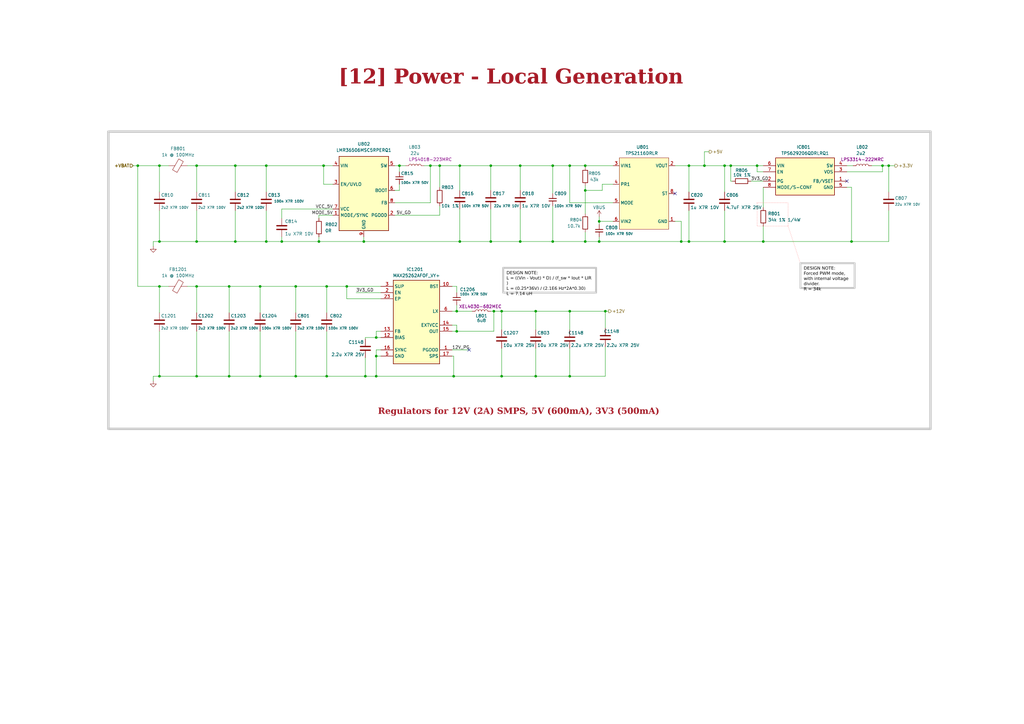
<source format=kicad_sch>
(kicad_sch (version 20230121) (generator eeschema)
  (paper "A3")
  (lib_symbols
    (symbol "0_switching_regulator:LMR36506MSC5RPERQ1"
      (property "Reference" "U?" (at -10.16 35.56 0))
      (property "Value" "LMR36506MSC5RPERQ1" (at -10.16 33.02 0))
      (symbol "LMR36506MSC5RPERQ1_1_1"
        (rectangle (start -10.16 30.48) (end 10.16 0) (stroke (width 0.254)) (fill (type background)))
        (pin input line (at -12.7 6.35 0) (length 2.54) (name "MODE/SYNC") (number "1"))
        (pin open_collector line (at 12.7 6.35 180) (length 2.54) (name "PGOOD") (number "2"))
        (pin input line (at -12.7 19.05 0) (length 2.54) (name "EN/UVLO") (number "3"))
        (pin power_in line (at -12.7 26.67 0) (length 2.54) (name "VIN") (number "4"))
        (pin power_out line (at 12.7 26.67 180) (length 2.54) (name "SW") (number "5"))
        (pin passive line (at 12.7 16.51 180) (length 2.54) (name "BOOT") (number "6"))
        (pin passive line (at -12.7 8.89 0) (length 2.54) (name "VCC") (number "7"))
        (pin input line (at 12.7 11.43 180) (length 2.54) (name "FB") (number "8"))
        (pin power_in line (at 0 -2.54 90) (length 2.54) (name "GND") (number "9"))
      )
    )
    (symbol "Device:C" (pin_numbers hide) (pin_names (offset 0.254))
      (property "Reference" "C" (at 0.635 2.54 0))
      (property "Value" "C" (at 0.635 -2.54 0))
      (symbol "C_0_1"
        (polyline (pts (xy -2.032 -0.762) (xy 2.032 -0.762)) (stroke (width 0.508)))
        (polyline (pts (xy -2.032 0.762) (xy 2.032 0.762)) (stroke (width 0.508)))
      )
      (symbol "C_1_1"
        (pin passive line (at 0 3.81 270) (length 2.794) (name "~") (number "1"))
        (pin passive line (at 0 -3.81 90) (length 2.794) (name "~") (number "2"))
      )
    )
    (symbol "Device:C_Small" (pin_numbers hide) (pin_names (offset 0.254) hide)
      (property "Reference" "C" (at 0.254 1.778 0))
      (property "Value" "C_Small" (at 0.254 -2.032 0))
      (symbol "C_Small_0_1"
        (polyline (pts (xy -1.524 -0.508) (xy 1.524 -0.508)) (stroke (width 0.3302)))
        (polyline (pts (xy -1.524 0.508) (xy 1.524 0.508)) (stroke (width 0.3048)))
      )
      (symbol "C_Small_1_1"
        (pin passive line (at 0 2.54 270) (length 2.032) (name "~") (number "1"))
        (pin passive line (at 0 -2.54 90) (length 2.032) (name "~") (number "2"))
      )
    )
    (symbol "Device:FerriteBead" (pin_numbers hide) (pin_names (offset 0))
      (property "Reference" "FB" (at -3.81 0.635 90))
      (property "Value" "FerriteBead" (at 3.81 0 90))
      (symbol "FerriteBead_0_1"
        (polyline (pts (xy 0 -1.27) (xy 0 -1.2192)))
        (polyline (pts (xy 0 1.27) (xy 0 1.2954)))
        (polyline (pts (xy -2.7686 0.4064) (xy -1.7018 2.2606) (xy 2.7686 -0.3048) (xy 1.6764 -2.159) (xy -2.7686 0.4064)))
      )
      (symbol "FerriteBead_1_1"
        (pin passive line (at 0 3.81 270) (length 2.54) (name "~") (number "1"))
        (pin passive line (at 0 -3.81 90) (length 2.54) (name "~") (number "2"))
      )
    )
    (symbol "Device:L" (pin_numbers hide) (pin_names (offset 1.016) hide)
      (property "Reference" "L" (at -1.27 0 90))
      (property "Value" "L" (at 1.905 0 90))
      (symbol "L_0_1"
        (arc (start 0 -2.54) (mid 0.6323 -1.905) (end 0 -1.27))
        (arc (start 0 -1.27) (mid 0.6323 -0.635) (end 0 0))
        (arc (start 0 0) (mid 0.6323 0.635) (end 0 1.27))
        (arc (start 0 1.27) (mid 0.6323 1.905) (end 0 2.54))
      )
      (symbol "L_1_1"
        (pin passive line (at 0 3.81 270) (length 1.27) (name "1") (number "1"))
        (pin passive line (at 0 -3.81 90) (length 1.27) (name "2") (number "2"))
      )
    )
    (symbol "Device:R" (pin_numbers hide) (pin_names (offset 0))
      (property "Reference" "R" (at 2.032 0 90))
      (property "Value" "R" (at 0 0 90))
      (symbol "R_0_1"
        (rectangle (start -1.016 -2.54) (end 1.016 2.54) (stroke (width 0.254)))
      )
      (symbol "R_1_1"
        (pin passive line (at 0 3.81 270) (length 1.27) (name "~") (number "1"))
        (pin passive line (at 0 -3.81 90) (length 1.27) (name "~") (number "2"))
      )
    )
    (symbol "MAX25262AFOF_VY+:MAX25262AFOF_VY+"
      (property "Reference" "IC1201" (at 22.86 -38.1 0))
      (property "Value" "MAX25262AFOF_VY+" (at 30.48 -75.565 0))
      (symbol "MAX25262AFOF_VY+_1_1"
        (rectangle (start 20.955 -39.37) (end 40.005 -73.66) (stroke (width 0.254)) (fill (type background)))
        (pin passive line (at 45.085 -67.945 180) (length 5.08) (name "PGOOD") (number "1"))
        (pin passive line (at 45.085 -41.91 180) (length 5.08) (name "BST") (number "10"))
        (pin passive line (at 15.875 -70.485 0) (length 5.08) hide (name "GND") (number "11"))
        (pin passive line (at 15.875 -62.865 0) (length 5.08) (name "BIAS") (number "12"))
        (pin passive line (at 15.875 -60.325 0) (length 5.08) (name "FB") (number "13"))
        (pin passive line (at 45.085 -57.785 180) (length 5.08) (name "EXTVCC") (number "14"))
        (pin passive line (at 45.085 -60.325 180) (length 5.08) (name "OUT") (number "15"))
        (pin passive line (at 15.875 -67.945 0) (length 5.08) (name "SYNC") (number "16"))
        (pin passive line (at 45.085 -70.485 180) (length 5.08) (name "SPS") (number "17"))
        (pin passive line (at 45.085 -70.485 180) (length 5.08) hide (name "SPS_2") (number "18"))
        (pin passive line (at 15.875 -70.485 0) (length 5.08) hide (name "PGND_3") (number "19"))
        (pin passive line (at 15.875 -44.45 0) (length 5.08) (name "EN") (number "2"))
        (pin passive line (at 45.085 -52.07 180) (length 5.08) hide (name "LX_2") (number "20"))
        (pin passive line (at 15.875 -70.485 0) (length 5.08) hide (name "PGND_4") (number "21"))
        (pin passive line (at 15.875 -62.865 0) (length 5.08) hide (name "BIAS_2") (number "22"))
        (pin passive line (at 15.875 -46.99 0) (length 5.08) (name "EP") (number "23"))
        (pin passive line (at 15.875 -41.91 0) (length 5.08) (name "SUP") (number "3"))
        (pin no_connect line (at 28.575 -34.29 270) (length 5.08) hide (name "N/C") (number "4"))
        (pin passive line (at 15.875 -70.485 0) (length 5.08) (name "GND") (number "5"))
        (pin passive line (at 45.085 -52.07 180) (length 5.08) (name "LX") (number "6"))
        (pin passive line (at 15.875 -70.485 0) (length 5.08) hide (name "PGND_2") (number "7"))
        (pin no_connect line (at 28.575 -34.29 270) (length 5.08) hide (name "NC") (number "8"))
        (pin passive line (at 15.875 -41.91 0) (length 5.08) hide (name "SUP_2") (number "9"))
      )
    )
    (symbol "TPS2116DRLR_1"
      (property "Reference" "U" (at 0 -2.54 0))
      (property "Value" "TPS2116DRLR_1" (at 0 0 0))
      (symbol "TPS2116DRLR_1_0_1"
        (rectangle (start -9.525 14.605) (end 10.795 -14.605) (fill (type background)))
      )
      (symbol "TPS2116DRLR_1_1_1"
        (pin power_in line (at 13.335 -11.43 180) (length 2.54) (name "GND") (number "1"))
        (pin passive line (at 13.335 11.43 180) (length 2.54) (name "VOUT") (number "2"))
        (pin power_in line (at -12.065 11.43 0) (length 2.54) (name "VIN1") (number "3"))
        (pin input line (at -12.065 3.81 0) (length 2.54) (name "PR1") (number "4"))
        (pin input line (at -12.065 -3.81 0) (length 2.54) (name "MODE") (number "5"))
        (pin power_in line (at -12.065 -11.43 0) (length 2.54) (name "VIN2") (number "6"))
        (pin passive line (at 13.335 11.43 180) (length 2.54) hide (name "VOUT") (number "7"))
        (pin open_collector line (at 13.335 0 180) (length 2.54) (name "ST") (number "8"))
      )
    )
    (symbol "TPS629206QDRLRQ1:TPS629206QDRLRQ1"
      (property "Reference" "IC2" (at 20.32 7.62 0))
      (property "Value" "TPS629206QDRLRQ1" (at 20.32 5.08 0))
      (symbol "TPS629206QDRLRQ1_1_1"
        (rectangle (start 18.415 -20.955) (end 42.545 -36.195) (stroke (width 0.254)) (fill (type background)))
        (pin passive line (at 47.625 -30.48 180) (length 5.08) (name "FB/VSET") (number "1"))
        (pin passive line (at 13.335 -30.48 0) (length 5.08) (name "PG") (number "2"))
        (pin passive line (at 47.625 -26.67 180) (length 5.08) (name "VOS") (number "3"))
        (pin passive line (at 47.625 -24.13 180) (length 5.08) (name "SW") (number "4"))
        (pin passive line (at 47.625 -33.02 180) (length 5.08) (name "GND") (number "5"))
        (pin passive line (at 13.335 -24.13 0) (length 5.08) (name "VIN") (number "6"))
        (pin passive line (at 13.335 -26.67 0) (length 5.08) (name "EN") (number "7"))
        (pin passive line (at 13.335 -33.02 0) (length 5.08) (name "MODE/S-CONF") (number "8"))
      )
    )
    (symbol "power:GND" (power) (pin_names (offset 0))
      (property "Value" "GND" (at 0 -3.81 0))
      (symbol "GND_0_1"
        (polyline (pts (xy 0 0) (xy 0 -1.27) (xy 1.27 -1.27) (xy 0 -2.54) (xy -1.27 -1.27) (xy 0 -1.27)))
      )
      (symbol "GND_1_1"
        (pin power_in line (at 0 0 270) (length 0) hide (name "GND") (number "1"))
      )
    )
    (symbol "power:VBUS" (power) (pin_names (offset 0))
      (property "Value" "VBUS" (at 0 3.81 0))
      (symbol "VBUS_0_1"
        (polyline (pts (xy -0.762 1.27) (xy 0 2.54)))
        (polyline (pts (xy 0 0) (xy 0 2.54)))
        (polyline (pts (xy 0 2.54) (xy 0.762 1.27)))
      )
      (symbol "VBUS_1_1"
        (pin power_in line (at 0 0 90) (length 0) hide (name "VBUS") (number "1"))
      )
    )
  )
  (junction (at 149.225 99.06))
  (junction (at 154.305 138.43))
  (junction (at 361.95 67.945))
  (junction (at 80.645 154.305))
  (junction (at 248.285 127.635))
  (junction (at 205.74 127.635))
  (junction (at 349.25 99.06))
  (junction (at 240.03 78.105))
  (junction (at 201.295 99.06))
  (junction (at 288.925 67.945))
  (junction (at 188.595 99.06))
  (junction (at 240.03 67.945))
  (junction (at 233.68 127.635))
  (junction (at 133.985 154.305))
  (junction (at 202.565 127.635))
  (junction (at 132.715 67.945))
  (junction (at 245.745 90.805))
  (junction (at 213.36 67.945))
  (junction (at 65.405 154.305))
  (junction (at 240.03 99.06))
  (junction (at 187.325 135.89))
  (junction (at 186.055 154.305))
  (junction (at 213.36 99.06))
  (junction (at 233.68 154.305))
  (junction (at 96.52 67.945))
  (junction (at 130.81 99.06))
  (junction (at 56.515 67.945))
  (junction (at 115.57 99.06))
  (junction (at 226.695 99.06))
  (junction (at 282.575 99.06))
  (junction (at 80.645 67.945))
  (junction (at 121.285 154.305))
  (junction (at 163.83 67.945))
  (junction (at 233.68 67.945))
  (junction (at 187.325 127.635))
  (junction (at 176.53 67.945))
  (junction (at 106.68 154.305))
  (junction (at 80.645 117.475))
  (junction (at 149.86 154.305))
  (junction (at 297.18 99.06))
  (junction (at 364.49 67.945))
  (junction (at 188.595 67.945))
  (junction (at 219.71 127.635))
  (junction (at 106.68 117.475))
  (junction (at 80.645 99.06))
  (junction (at 226.695 67.945))
  (junction (at 65.405 67.945))
  (junction (at 313.055 99.06))
  (junction (at 205.74 154.305))
  (junction (at 154.305 146.05))
  (junction (at 121.285 117.475))
  (junction (at 93.98 154.305))
  (junction (at 154.305 154.305))
  (junction (at 299.72 67.945))
  (junction (at 93.98 117.475))
  (junction (at 245.745 99.06))
  (junction (at 96.52 99.06))
  (junction (at 65.405 99.06))
  (junction (at 109.22 99.06))
  (junction (at 201.295 67.945))
  (junction (at 180.34 67.945))
  (junction (at 297.18 67.945))
  (junction (at 142.24 117.475))
  (junction (at 219.71 154.305))
  (junction (at 282.575 67.945))
  (junction (at 133.985 117.475))
  (junction (at 310.515 67.945))
  (junction (at 279.4 99.06))
  (junction (at 109.22 67.945))
  (junction (at 65.405 117.475))
  (no_connect (at 192.405 143.51))
  (no_connect (at 347.345 74.295))
  (no_connect (at 276.86 79.375))
  (wire (pts (xy 121.285 117.475) (xy 133.985 117.475)))
  (wire (pts (xy 240.03 67.945) (xy 240.03 68.58)))
  (wire (pts (xy 65.405 117.475) (xy 69.215 117.475)))
  (wire (pts (xy 245.745 88.9) (xy 245.745 90.805)))
  (wire (pts (xy 185.42 133.35) (xy 187.325 133.35)))
  (wire (pts (xy 80.645 78.74) (xy 80.645 67.945)))
  (wire (pts (xy 247.015 78.105) (xy 247.015 75.565)))
  (wire (pts (xy 240.03 99.06) (xy 245.745 99.06)))
  (wire (pts (xy 130.81 99.06) (xy 149.225 99.06)))
  (wire (pts (xy 205.74 154.305) (xy 219.71 154.305)))
  (wire (pts (xy 282.575 78.74) (xy 282.575 67.945)))
  (wire (pts (xy 219.71 127.635) (xy 219.71 135.255)))
  (wire (pts (xy 65.405 135.89) (xy 65.405 154.305)))
  (wire (pts (xy 109.22 67.945) (xy 132.715 67.945)))
  (wire (pts (xy 226.695 84.455) (xy 226.695 99.06)))
  (wire (pts (xy 132.715 67.945) (xy 136.525 67.945)))
  (wire (pts (xy 154.305 146.05) (xy 154.305 154.305)))
  (wire (pts (xy 213.36 99.06) (xy 226.695 99.06)))
  (wire (pts (xy 205.74 127.635) (xy 219.71 127.635)))
  (wire (pts (xy 251.46 90.805) (xy 245.745 90.805)))
  (wire (pts (xy 188.595 85.725) (xy 188.595 99.06)))
  (wire (pts (xy 106.68 154.305) (xy 121.285 154.305)))
  (wire (pts (xy 282.575 99.06) (xy 297.18 99.06)))
  (wire (pts (xy 205.74 142.875) (xy 205.74 154.305)))
  (wire (pts (xy 133.985 117.475) (xy 142.24 117.475)))
  (wire (pts (xy 54.61 67.945) (xy 56.515 67.945)))
  (wire (pts (xy 180.34 67.945) (xy 188.595 67.945)))
  (wire (pts (xy 201.295 127.635) (xy 202.565 127.635)))
  (wire (pts (xy 146.05 120.015) (xy 156.21 120.015)))
  (wire (pts (xy 187.325 125.095) (xy 187.325 127.635)))
  (wire (pts (xy 279.4 90.805) (xy 279.4 99.06)))
  (wire (pts (xy 188.595 67.945) (xy 201.295 67.945)))
  (wire (pts (xy 93.98 135.89) (xy 93.98 154.305)))
  (wire (pts (xy 188.595 99.06) (xy 201.295 99.06)))
  (wire (pts (xy 288.925 62.23) (xy 288.925 67.945)))
  (wire (pts (xy 106.68 135.89) (xy 106.68 154.305)))
  (polyline (pts (xy 323.215 92.71) (xy 328.295 107.95)) (stroke (width 0) (type dot) (color 255 0 0 1)))
  (wire (pts (xy 249.555 127.635) (xy 248.285 127.635)))
  (wire (pts (xy 187.325 135.89) (xy 202.565 135.89)))
  (wire (pts (xy 96.52 67.945) (xy 96.52 78.74)))
  (wire (pts (xy 161.925 88.265) (xy 180.34 88.265)))
  (wire (pts (xy 80.645 67.945) (xy 76.835 67.945)))
  (wire (pts (xy 299.72 67.945) (xy 310.515 67.945)))
  (wire (pts (xy 121.285 135.89) (xy 121.285 154.305)))
  (wire (pts (xy 201.295 85.725) (xy 201.295 99.06)))
  (wire (pts (xy 62.865 99.06) (xy 62.865 100.965)))
  (wire (pts (xy 299.72 67.945) (xy 299.72 74.295)))
  (wire (pts (xy 65.405 154.305) (xy 80.645 154.305)))
  (wire (pts (xy 109.22 67.945) (xy 109.22 78.74)))
  (wire (pts (xy 361.95 70.485) (xy 361.95 67.945)))
  (wire (pts (xy 226.695 67.945) (xy 233.68 67.945)))
  (wire (pts (xy 149.86 146.685) (xy 149.86 154.305)))
  (wire (pts (xy 185.42 146.05) (xy 186.055 146.05)))
  (wire (pts (xy 154.305 143.51) (xy 154.305 146.05)))
  (wire (pts (xy 80.645 67.945) (xy 96.52 67.945)))
  (wire (pts (xy 80.645 154.305) (xy 93.98 154.305)))
  (wire (pts (xy 130.81 97.155) (xy 130.81 99.06)))
  (wire (pts (xy 364.49 67.945) (xy 364.49 78.74)))
  (wire (pts (xy 62.865 154.305) (xy 65.405 154.305)))
  (wire (pts (xy 65.405 67.945) (xy 69.215 67.945)))
  (wire (pts (xy 62.865 154.305) (xy 62.865 156.21)))
  (wire (pts (xy 96.52 99.06) (xy 109.22 99.06)))
  (wire (pts (xy 297.18 99.06) (xy 313.055 99.06)))
  (wire (pts (xy 93.98 128.27) (xy 93.98 117.475)))
  (wire (pts (xy 149.86 139.065) (xy 149.86 138.43)))
  (wire (pts (xy 233.68 83.185) (xy 251.46 83.185)))
  (wire (pts (xy 310.515 67.945) (xy 313.055 67.945)))
  (wire (pts (xy 80.645 117.475) (xy 76.835 117.475)))
  (wire (pts (xy 154.305 135.89) (xy 154.305 138.43)))
  (wire (pts (xy 96.52 99.06) (xy 80.645 99.06)))
  (wire (pts (xy 279.4 99.06) (xy 282.575 99.06)))
  (wire (pts (xy 186.055 154.305) (xy 205.74 154.305)))
  (wire (pts (xy 185.42 143.51) (xy 192.405 143.51)))
  (wire (pts (xy 56.515 67.945) (xy 65.405 67.945)))
  (wire (pts (xy 115.57 99.06) (xy 130.81 99.06)))
  (wire (pts (xy 201.295 78.105) (xy 201.295 67.945)))
  (wire (pts (xy 205.74 127.635) (xy 205.74 135.255)))
  (wire (pts (xy 219.71 154.305) (xy 233.68 154.305)))
  (wire (pts (xy 115.57 85.725) (xy 136.525 85.725)))
  (wire (pts (xy 115.57 89.535) (xy 115.57 85.725)))
  (wire (pts (xy 364.49 86.36) (xy 364.49 99.06)))
  (wire (pts (xy 201.295 67.945) (xy 213.36 67.945)))
  (wire (pts (xy 313.055 70.485) (xy 310.515 70.485)))
  (wire (pts (xy 106.68 128.27) (xy 106.68 117.475)))
  (wire (pts (xy 149.86 154.305) (xy 154.305 154.305)))
  (wire (pts (xy 56.515 117.475) (xy 65.405 117.475)))
  (wire (pts (xy 187.325 117.475) (xy 187.325 120.015)))
  (wire (pts (xy 186.055 146.05) (xy 186.055 154.305)))
  (wire (pts (xy 233.68 127.635) (xy 233.68 135.255)))
  (wire (pts (xy 80.645 117.475) (xy 93.98 117.475)))
  (wire (pts (xy 240.03 67.945) (xy 251.46 67.945)))
  (wire (pts (xy 65.405 78.74) (xy 65.405 67.945)))
  (wire (pts (xy 156.21 138.43) (xy 154.305 138.43)))
  (wire (pts (xy 233.68 142.875) (xy 233.68 154.305)))
  (wire (pts (xy 349.25 99.06) (xy 364.49 99.06)))
  (wire (pts (xy 149.225 99.06) (xy 188.595 99.06)))
  (wire (pts (xy 248.285 142.24) (xy 248.285 154.305)))
  (wire (pts (xy 161.925 67.945) (xy 163.83 67.945)))
  (wire (pts (xy 347.345 67.945) (xy 349.885 67.945)))
  (wire (pts (xy 247.015 75.565) (xy 251.46 75.565)))
  (wire (pts (xy 245.745 90.805) (xy 245.745 92.075)))
  (wire (pts (xy 276.86 90.805) (xy 279.4 90.805)))
  (wire (pts (xy 361.95 67.945) (xy 364.49 67.945)))
  (wire (pts (xy 109.22 86.36) (xy 109.22 99.06)))
  (wire (pts (xy 233.68 154.305) (xy 248.285 154.305)))
  (wire (pts (xy 56.515 67.945) (xy 56.515 117.475)))
  (wire (pts (xy 186.055 154.305) (xy 154.305 154.305)))
  (wire (pts (xy 121.285 154.305) (xy 133.985 154.305)))
  (wire (pts (xy 62.865 99.06) (xy 65.405 99.06)))
  (wire (pts (xy 282.575 86.36) (xy 282.575 99.06)))
  (wire (pts (xy 163.83 67.945) (xy 166.37 67.945)))
  (wire (pts (xy 233.68 83.185) (xy 233.68 67.945)))
  (wire (pts (xy 233.68 67.945) (xy 240.03 67.945)))
  (wire (pts (xy 176.53 67.945) (xy 180.34 67.945)))
  (wire (pts (xy 176.53 67.945) (xy 173.99 67.945)))
  (wire (pts (xy 201.295 99.06) (xy 213.36 99.06)))
  (wire (pts (xy 65.405 86.36) (xy 65.405 99.06)))
  (wire (pts (xy 245.745 97.155) (xy 245.745 99.06)))
  (wire (pts (xy 136.525 88.265) (xy 130.81 88.265)))
  (wire (pts (xy 347.345 70.485) (xy 361.95 70.485)))
  (wire (pts (xy 163.83 75.565) (xy 163.83 78.105)))
  (wire (pts (xy 80.645 135.89) (xy 80.645 154.305)))
  (wire (pts (xy 132.715 75.565) (xy 132.715 67.945)))
  (wire (pts (xy 133.985 154.305) (xy 149.86 154.305)))
  (wire (pts (xy 93.98 154.305) (xy 106.68 154.305)))
  (wire (pts (xy 142.24 117.475) (xy 156.21 117.475)))
  (wire (pts (xy 142.24 122.555) (xy 142.24 117.475)))
  (wire (pts (xy 130.81 88.265) (xy 130.81 89.535)))
  (wire (pts (xy 240.03 95.25) (xy 240.03 99.06)))
  (wire (pts (xy 213.36 67.945) (xy 213.36 78.105)))
  (wire (pts (xy 121.285 117.475) (xy 121.285 128.27)))
  (wire (pts (xy 136.525 75.565) (xy 132.715 75.565)))
  (wire (pts (xy 248.285 127.635) (xy 248.285 134.62)))
  (wire (pts (xy 213.36 85.725) (xy 213.36 99.06)))
  (wire (pts (xy 297.18 86.36) (xy 297.18 99.06)))
  (wire (pts (xy 180.34 76.835) (xy 180.34 67.945)))
  (wire (pts (xy 240.03 76.2) (xy 240.03 78.105)))
  (wire (pts (xy 240.03 78.105) (xy 247.015 78.105)))
  (wire (pts (xy 245.745 99.06) (xy 279.4 99.06)))
  (wire (pts (xy 297.18 67.945) (xy 297.18 78.74)))
  (wire (pts (xy 219.71 127.635) (xy 233.68 127.635)))
  (wire (pts (xy 297.18 67.945) (xy 299.72 67.945)))
  (wire (pts (xy 219.71 142.875) (xy 219.71 154.305)))
  (wire (pts (xy 115.57 97.155) (xy 115.57 99.06)))
  (wire (pts (xy 133.985 117.475) (xy 133.985 128.27)))
  (wire (pts (xy 80.645 128.27) (xy 80.645 117.475)))
  (wire (pts (xy 156.21 143.51) (xy 154.305 143.51)))
  (wire (pts (xy 213.36 67.945) (xy 226.695 67.945)))
  (wire (pts (xy 364.49 67.945) (xy 367.03 67.945)))
  (wire (pts (xy 142.24 122.555) (xy 156.21 122.555)))
  (wire (pts (xy 80.645 86.36) (xy 80.645 99.06)))
  (wire (pts (xy 307.975 74.295) (xy 313.055 74.295)))
  (wire (pts (xy 299.72 74.295) (xy 300.355 74.295)))
  (wire (pts (xy 65.405 99.06) (xy 80.645 99.06)))
  (wire (pts (xy 288.925 67.945) (xy 297.18 67.945)))
  (wire (pts (xy 65.405 128.27) (xy 65.405 117.475)))
  (wire (pts (xy 96.52 67.945) (xy 109.22 67.945)))
  (wire (pts (xy 109.22 99.06) (xy 115.57 99.06)))
  (wire (pts (xy 185.42 117.475) (xy 187.325 117.475)))
  (wire (pts (xy 313.055 99.06) (xy 349.25 99.06)))
  (wire (pts (xy 161.925 78.105) (xy 163.83 78.105)))
  (wire (pts (xy 93.98 117.475) (xy 106.68 117.475)))
  (wire (pts (xy 187.325 133.35) (xy 187.325 135.89)))
  (wire (pts (xy 226.695 67.945) (xy 226.695 79.375)))
  (wire (pts (xy 202.565 127.635) (xy 205.74 127.635)))
  (wire (pts (xy 161.925 83.185) (xy 176.53 83.185)))
  (wire (pts (xy 313.055 92.71) (xy 313.055 99.06)))
  (wire (pts (xy 96.52 86.36) (xy 96.52 99.06)))
  (wire (pts (xy 226.695 99.06) (xy 240.03 99.06)))
  (wire (pts (xy 357.505 67.945) (xy 361.95 67.945)))
  (wire (pts (xy 282.575 67.945) (xy 288.925 67.945)))
  (wire (pts (xy 180.34 88.265) (xy 180.34 84.455)))
  (wire (pts (xy 233.68 127.635) (xy 248.285 127.635)))
  (wire (pts (xy 106.68 117.475) (xy 121.285 117.475)))
  (wire (pts (xy 154.305 146.05) (xy 156.21 146.05)))
  (wire (pts (xy 276.86 67.945) (xy 282.575 67.945)))
  (wire (pts (xy 133.985 135.89) (xy 133.985 154.305)))
  (wire (pts (xy 290.83 62.23) (xy 288.925 62.23)))
  (wire (pts (xy 156.21 135.89) (xy 154.305 135.89)))
  (wire (pts (xy 185.42 135.89) (xy 187.325 135.89)))
  (wire (pts (xy 187.325 127.635) (xy 193.675 127.635)))
  (wire (pts (xy 154.305 138.43) (xy 149.86 138.43)))
  (wire (pts (xy 202.565 127.635) (xy 202.565 135.89)))
  (wire (pts (xy 176.53 83.185) (xy 176.53 67.945)))
  (wire (pts (xy 187.325 127.635) (xy 185.42 127.635)))
  (wire (pts (xy 163.83 67.945) (xy 163.83 70.485)))
  (wire (pts (xy 149.225 97.155) (xy 149.225 99.06)))
  (wire (pts (xy 313.055 76.835) (xy 313.055 85.09)))
  (wire (pts (xy 310.515 67.945) (xy 310.515 70.485)))
  (wire (pts (xy 347.345 76.835) (xy 349.25 76.835)))
  (wire (pts (xy 188.595 78.105) (xy 188.595 67.945)))
  (wire (pts (xy 349.25 76.835) (xy 349.25 99.06)))
  (wire (pts (xy 240.03 78.105) (xy 240.03 87.63)))
  (rectangle (start 310.515 83.185) (end 323.215 92.71) (stroke (width 0) (type dot) (color 255 0 0 1)))
  (rectangle (start 44.45 53.975) (end 381.635 175.895) (stroke (width 1) (color 200 200 200 1)))
  (text_box "Regulators for 12V (2A) SMPS, 5V (600mA), 3V3 (500mA)" (at 44.45 162.56 0) (size 336.55 9.525) (stroke (width -0.0001)) (effects (font (size 2.54 2.54) (thickness 0.508) bold) (justify bottom)))
  (text_box "DESIGN NOTE:\nL = ((Vin - Vout) * D) / (f_sw * Iout * LIR )\nL = (0.25*36V) / (2.1E6 Hz*2A*0.30)\nL = 7.14 uH" (at 206.375 109.855 0) (size 38.1 10.16) (stroke (width 0.8) (color 200 200 200 1)) (effects (font (size 1.27 1.27)) (justify left top)))
  (text_box "DESIGN NOTE:\nForced PWM mode, with internal voltage divider. \nR = 34k" (at 328.295 107.95 0) (size 22.225 10.16) (stroke (width 0.8) (color 200 200 200 1)) (effects (font (size 1.27 1.27)) (justify left top)))
  (text_box "[12] Power - Local Generation\n" (at 12.065 25.4 0) (size 394.97 12.7) (stroke (width -0.0001)) (effects (font (size 6 6) (thickness 1.2) bold)))
  (label "12V_PG" (at 185.42 143.51 0))
  (label "5V_GD" (at 162.56 88.265 0))
  (label "3V3_GD" (at 307.975 74.295 0))
  (label "MODE_5V" (at 136.525 88.265 180))
  (label "VCC_5V" (at 136.525 85.725 180))
  (label "3V3_GD" (at 146.05 120.015 0))
  (hierarchical_label "+3.3V" (shape output) (at 367.03 67.945 0))
  (hierarchical_label "+12V" (shape output) (at 249.555 127.635 0))
  (hierarchical_label "+5V" (shape output) (at 290.83 62.23 0))
  (hierarchical_label "+VBAT" (shape input) (at 54.61 67.945 180) (effects (font bold)))
  (symbol (lib_id "Device:C") (at 65.405 82.55 0) (unit 1)
    (property "Reference" "C810" (at 66.04 80.01 0) (effects (justify left)))
    (property "Value" "2u2 X7R 100V" (at 66.04 85.09 0) (effects (font (size 1.016 1.016)) (justify left)))
    (property "Footprint" "0_capacitor_smd:C_0805_2012_DensityHigh" (effects hide))
    (property "Datasheet" "https://product.tdk.com/system/files/dam/doc/product/capacitor/ceramic/mlcc/catalog/mlcc_automotive_midvoltage_en.pdf" (effects hide))
    (property "Description" "Multilayer Ceramic Capacitors MLCC - SMD/SMT 0805 100VDC 2.2uF 10% 1.25mm AEC-Q200" (effects hide))
    (property "Manufacturer" "TDK Corporation" (effects hide))
    (property "Manufacturer Part Number" "CGA4J1X7R2A225K125AC" (effects hide))
    (property "Supplier 1" "Mouser" (effects hide))
    (property "Supplier Part Number 1" "810-CGA4J7R2A225K125" (effects hide))
  )
  (symbol (lib_id "MAX25262AFOF_VY+:MAX25262AFOF_VY+") (at 140.335 75.565 0) (unit 1)
    (property "Reference" "IC1201" (at 170.18 110.49 0))
    (property "Value" "MAX25262AFOF_VY+" (at 170.815 113.03 0))
    (property "Footprint" "0_switching_regulator:MAX25262AFOFVY" (effects hide))
    (property "Datasheet" "https://www.analog.com/MAX25262/datasheet" (effects hide))
    (property "Height" "0.8" (effects hide))
    (property "Mouser Part Number" "700-MAX25262AFOF/VY+" (effects hide))
    (property "Mouser Price/Stock" "https://www.mouser.co.uk/ProductDetail/Maxim-Integrated/MAX25262AFOF-VY%2b?qs=Znm5pLBrcAKuUEKeEaESFA%3D%3D" (effects hide))
    (property "Manufacturer_Name" "Analog Devices" (effects hide))
    (property "Manufacturer_Part_Number" "MAX25262AFOF/VY+" (effects hide))
  )
  (symbol (lib_id "Device:C") (at 115.57 93.345 0) (unit 1)
    (property "Reference" "C814" (at 116.84 90.805 0) (effects (justify left)))
    (property "Value" "1u X7R 10V" (at 116.84 95.885 0) (effects (justify left)))
    (property "Footprint" "0_capacitor_smd:C_0402_1005_DensityHigh" (effects hide))
    (property "Datasheet" "https://search.murata.co.jp/Ceramy/image/img/A01X/G101/ENG/GRM155Z71A105KE01-01A.pdf" (effects hide))
    (property "Description" "1 µF ±10% 10V Ceramic Capacitor X7R 0402 (1005 Metric)" (effects hide))
    (property "Manufacturer" "Murata Electronics" (effects hide))
    (property "Manufacturer Part Number" "GRM155Z71A105KE01J" (effects hide))
    (property "Supplier 1" "Digikey" (effects hide))
    (property "Supplier Part Number 1" "490-GRM155Z71A105KE01JCT-ND" (effects hide))
  )
  (symbol (lib_id "Device:L") (at 197.485 127.635 90) (unit 1)
    (property "Reference" "L801" (at 197.485 129.54 90))
    (property "Value" "6u8" (at 197.485 131.445 90))
    (property "Footprint" "0_inductor_smd:XEL4030682MEC" (effects hide))
    (property "Datasheet" "XEL4030-682MEC " (at 197.485 125.73 90))
  )
  (symbol (lib_id "Device:C") (at 188.595 81.915 0) (unit 1)
    (property "Reference" "C816" (at 189.23 79.375 0) (effects (justify left)))
    (property "Value" "100n X7R 50V" (at 189.23 84.455 0) (effects (font (size 1.016 1.016)) (justify left)))
    (property "Footprint" "0_capacitor_smd:C_0402_1005_DensityHigh" (effects hide))
    (property "Datasheet" "https://search.murata.co.jp/Ceramy/image/img/A01X/G101/ENG/GCM155R71H104KE02-01.pdf" (effects hide))
    (property "Description" "0.1 µF ±10% 50V Ceramic Capacitor X7R 0402 (1005 Metric)" (effects hide))
    (property "Manufacturer" "Murata Electronics" (effects hide))
    (property "Manufacturer Part Number" "GCM155R71H104KE02J" (effects hide))
    (property "Supplier 1" "Digikey" (effects hide))
    (property "Supplier Part Number 1" "490-14514-1-ND" (effects hide))
  )
  (symbol (lib_id "Device:C") (at 201.295 81.915 0) (unit 1)
    (property "Reference" "C817" (at 201.93 79.375 0) (effects (justify left)))
    (property "Value" "22u X7R 10V" (at 202.565 84.455 0) (effects (font (size 1.016 1.016)) (justify left)))
    (property "Footprint" "0_capacitor_smd:C_0805_2012_DensityHighest" (effects hide))
    (property "Datasheet" "https://search.murata.co.jp/Ceramy/image/img/A01X/G101/ENG/GRM21BZ71A226ME15-01.pdf" (effects hide))
    (property "Description" "22 µF ±20% 10V Ceramic Capacitor X7R 0805 (2012 Metric)" (effects hide))
    (property "Manufacturer" "Murata Electronics" (effects hide))
    (property "Manufacturer Part Number" "GRM21BZ71A226ME15L" (effects hide))
    (property "Supplier 1" "Digikey" (effects hide))
    (property "Supplier Part Number 1" "490-GRM21BZ71A226ME15LCT-ND" (effects hide))
  )
  (symbol (lib_id "Device:C_Small") (at 226.695 81.915 0) (unit 1)
    (property "Reference" "C809" (at 227.33 79.375 0) (effects (justify left)))
    (property "Value" "100n X7R 50V" (at 227.33 84.455 0) (effects (font (size 1.016 1.016)) (justify left)))
    (property "Footprint" "0_capacitor_smd:C_0402_1005_DensityHigh" (effects hide))
    (property "Datasheet" "https://search.murata.co.jp/Ceramy/image/img/A01X/G101/ENG/GCM155R71H104KE02-01.pdf" (effects hide))
    (property "Description" "0.1 µF ±10% 50V Ceramic Capacitor X7R 0402 (1005 Metric)" (effects hide))
    (property "Manufacturer" "Murata Electronics" (effects hide))
    (property "Manufacturer Part Number" "GCM155R71H104KE02J" (effects hide))
    (property "Supplier 1" "Digikey" (effects hide))
    (property "Supplier Part Number 1" "490-14514-1-ND" (effects hide))
  )
  (symbol (lib_id "0_switching_regulator:LMR36506MSC5RPERQ1") (at 149.225 94.615 0) (unit 1)
    (property "Reference" "U802" (at 149.225 59.055 0))
    (property "Value" "LMR36506MSC5RPERQ1" (at 149.225 61.595 0))
    (property "Footprint" "0_switching_regulator:LMR36503" (effects hide))
    (property "Datasheet" "https://www.ti.com/lit/ds/symlink/lmr36506-q1.pdf" (effects hide))
    (property "Manufacturer" "Texas Instruments" (effects hide))
    (property "Manufacturer Part Number" "LMR36503MSC5RPERQ1" (effects hide))
    (property "Description" "LMR36506-Q1 3-V to 65-V, 0.6-A Synchronous Buck Converter Optimized for Size and Light Load Efficiency" (effects hide))
    (property "Supplier 1" "Digikey" (effects hide))
    (property "Supplier Part Number 1" "296-LMR36506MSC5RPERQ1CT-ND" (effects hide))
  )
  (symbol (lib_id "Device:C") (at 297.18 82.55 180) (unit 1)
    (property "Reference" "C806" (at 297.815 80.01 0) (effects (justify right)))
    (property "Value" "4.7uF X7R 25V" (at 297.815 85.09 0) (effects (justify right)))
    (property "Footprint" "0_capacitor_smd:C_1210_3225_DensityHigh" (effects hide))
  )
  (symbol (lib_id "Device:C") (at 149.86 142.875 0) (unit 1)
    (property "Reference" "C1148" (at 142.875 140.335 0) (effects (justify left)))
    (property "Value" "2.2u X7R 25V" (at 135.89 145.415 0) (effects (justify left)))
    (property "Footprint" "0_capacitor_smd:C_0805_2012_DensityHigh" (effects hide))
    (instances (project "smps_legged_robot" (path "" (reference "C1148") (unit 1)) (path "" (reference "C1205") (unit 1))))
  )
  (symbol (lib_id "Device:L") (at 170.18 67.945 90) (unit 1)
    (property "Reference" "L803" (at 167.64 60.325 90) (effects (justify right)))
    (property "Value" "22u" (at 168.275 62.865 90) (effects (justify right)))
    (property "Footprint" "0_inductor_smd:L_Coilcraft_LPS4018" (effects hide))
    (property "Datasheet" "https://www.coilcraft.com/getmedia/31b05c96-4c4c-4498-8dbb-fe092de76bad/lps4018.pdf" (effects hide))
    (property "Manufacturer Part Number" "LPS4018-223MRC" (at 167.64 65.405 90) (effects (justify right)))
    (property "Supplier 1" "Mouser" (effects hide))
    (property "Supplier Part Number 1" "994-LPS4018-223MRC" (effects hide))
    (property "Description" "Power Inductors - SMD 22uH Shld 20% 830mA 360 mOhms" (effects hide))
    (property "Manufacturer" "Coilcraft" (effects hide))
  )
  (symbol (lib_id "Device:C") (at 233.68 139.065 180) (unit 1)
    (property "Reference" "C1148" (at 239.395 136.525 0) (effects (justify left)))
    (property "Value" "2.2u X7R 25V" (at 247.65 141.605 0) (effects (justify left)))
    (property "Footprint" "0_capacitor_smd:C_0805_2012_DensityHigh" (effects hide))
    (instances (project "smps_legged_robot" (path "" (reference "C1148") (unit 1)) (path "" (reference "C804") (unit 1))))
  )
  (symbol (lib_id "Device:R") (at 180.34 80.645 180) (unit 1)
    (property "Reference" "R803" (at 180.975 76.835 0) (effects (justify right)))
    (property "Value" "10k 1%" (at 180.975 84.455 0) (effects (justify right)))
    (property "Footprint" "0_resistor_smd:R_0402_1005_DensityHigh" (effects hide))
    (property "Datasheet" "https://www.yageo.com/upload/media/product/app/datasheet/rchip/pyu-rt_1-to-0.01_rohs_l.pdf" (effects hide))
    (property "Description" "10 kOhms ±1% 0.063W, 1/16W Chip Resistor 0402 (1005 Metric) Thin Film" (effects hide))
    (property "Manufacturer" "YAGEO" (effects hide))
    (property "Manufacturer Part Number" "RT0402FRE0710KL" (effects hide))
    (property "Supplier 1" "Digikey" (effects hide))
    (property "Supplier Part Number 1" "YAG1233CT-ND" (effects hide))
  )
  (symbol (lib_id "Device:C") (at 65.405 132.08 0) (unit 1)
    (property "Reference" "C1201" (at 66.04 129.54 0) (effects (justify left)))
    (property "Value" "2u2 X7R 100V" (at 66.04 134.62 0) (effects (font (size 1.016 1.016)) (justify left)))
    (property "Footprint" "0_capacitor_smd:C_0805_2012_DensityHigh" (effects hide))
    (property "Datasheet" "https://product.tdk.com/system/files/dam/doc/product/capacitor/ceramic/mlcc/catalog/mlcc_automotive_midvoltage_en.pdf" (effects hide))
    (property "Description" "Multilayer Ceramic Capacitors MLCC - SMD/SMT 0805 100VDC 2.2uF 10% 1.25mm AEC-Q200" (effects hide))
    (property "Manufacturer" "TDK Corporation" (effects hide))
    (property "Manufacturer Part Number" "CGA4J1X7R2A225K125AC" (effects hide))
    (property "Supplier 1" "Mouser" (effects hide))
    (property "Supplier Part Number 1" "810-CGA4J7R2A225K125" (effects hide))
  )
  (symbol (lib_id "Device:C") (at 93.98 132.08 0) (unit 1)
    (property "Reference" "C1203" (at 94.615 129.54 0) (effects (justify left)))
    (property "Value" "2u2 X7R 100V" (at 94.615 134.62 0) (effects (font (size 1.016 1.016)) (justify left)))
    (property "Footprint" "0_capacitor_smd:C_0805_2012_DensityHigh" (effects hide))
    (property "Datasheet" "https://product.tdk.com/system/files/dam/doc/product/capacitor/ceramic/mlcc/catalog/mlcc_automotive_midvoltage_en.pdf" (effects hide))
    (property "Description" "Multilayer Ceramic Capacitors MLCC - SMD/SMT 0805 100VDC 2.2uF 10% 1.25mm AEC-Q200" (effects hide))
    (property "Manufacturer" "TDK Corporation" (effects hide))
    (property "Manufacturer Part Number" "CGA4J1X7R2A225K125AC" (effects hide))
    (property "Supplier 1" "Mouser" (effects hide))
    (property "Supplier Part Number 1" "810-CGA4J7R2A225K125" (effects hide))
  )
  (symbol (lib_id "Device:R") (at 240.03 72.39 0) (unit 1)
    (property "Reference" "R805" (at 241.3 71.12 0) (effects (justify left)))
    (property "Value" "43k" (at 241.935 73.66 0) (effects (justify left)))
    (property "Footprint" "0_resistor_smd:R_0402_1005_DensityHigh" (effects hide))
    (property "Datasheet" "https://industrial.panasonic.com/ww/products/pt/general-purpose-chip-resistors/models/ERJ2GE0R00X" (effects hide))
    (property "Description" "0 Ohms Jumper Chip Resistor 0402 (1005 Metric) Automotive AEC-Q200 Thick Film" (effects hide))
    (property "Manufacturer" "Panasonic Electronic Components" (effects hide))
    (property "Manufacturer Part Number" "ERJ-2GE0R00X" (effects hide))
    (property "Supplier 1" "Digikey" (effects hide))
    (property "Supplier Part Number 1" "P0.0JCT-ND" (effects hide))
  )
  (symbol (lib_id "power:VBUS") (at 245.745 88.9 0) (unit 1)
    (property "Reference" "#PWR0804" (effects hide))
    (property "Value" "VBUS" (at 245.745 85.09 0))
  )
  (symbol (lib_id "Device:L") (at 353.695 67.945 90) (unit 1)
    (property "Reference" "L3" (at 351.155 60.325 90) (effects (justify right)))
    (property "Value" "2u2" (at 351.155 62.865 90) (effects (justify right)))
    (property "Footprint" "0_inductor_smd:L_Coilcraft_LPS3314" (effects hide))
    (property "Datasheet" "https://www.coilcraft.com/getmedia/3ba581dc-6d87-4be6-9dea-9167ac97554d/lps3314.pdf" (effects hide))
    (property "Manufacturer Part Number" "LPS3314-222MRC" (at 344.805 65.405 90) (effects (justify right)))
    (property "Supplier 1" "Mouser" (effects hide))
    (property "Supplier Part Number 1" "994-LPS3314-222MRC" (effects hide))
    (property "Description" "Power Inductors - SMD 2.2uH Shld 20% 1.2A 100 mOhms" (effects hide))
    (property "Manufacturer" "Coilcraft" (effects hide))
    (instances (project "smps_legged_robot" (path "" (reference "L802") (unit 1))))
  )
  (symbol (lib_id "power:GND") (at 62.865 156.21 0) (mirror y) (unit 1)
    (property "Reference" "#PWR0802" (effects hide))
    (property "Value" "GND" (effects hide))
  )
  (symbol (lib_id "Device:R") (at 240.03 91.44 0) (mirror y) (unit 1)
    (property "Reference" "R804" (at 238.76 90.17 0) (effects (justify left)))
    (property "Value" "10.7k" (at 238.125 92.71 0) (effects (justify left)))
    (property "Footprint" "0_resistor_smd:R_0402_1005_DensityHigh" (effects hide))
    (property "Datasheet" "https://industrial.panasonic.com/ww/products/pt/general-purpose-chip-resistors/models/ERJ2GE0R00X" (effects hide))
    (property "Description" "0 Ohms Jumper Chip Resistor 0402 (1005 Metric) Automotive AEC-Q200 Thick Film" (effects hide))
    (property "Manufacturer" "Panasonic Electronic Components" (effects hide))
    (property "Manufacturer Part Number" "ERJ-2GE0R00X" (effects hide))
    (property "Supplier 1" "Digikey" (effects hide))
    (property "Supplier Part Number 1" "P0.0JCT-ND" (effects hide))
  )
  (symbol (lib_id "Device:C") (at 80.645 82.55 0) (unit 1)
    (property "Reference" "C811" (at 81.28 80.01 0) (effects (justify left)))
    (property "Value" "2u2 X7R 100V" (at 81.28 85.09 0) (effects (font (size 1.016 1.016)) (justify left)))
    (property "Footprint" "0_capacitor_smd:C_0805_2012_DensityHigh" (effects hide))
    (property "Datasheet" "https://product.tdk.com/system/files/dam/doc/product/capacitor/ceramic/mlcc/catalog/mlcc_automotive_midvoltage_en.pdf" (effects hide))
    (property "Description" "Multilayer Ceramic Capacitors MLCC - SMD/SMT 0805 100VDC 2.2uF 10% 1.25mm AEC-Q200" (effects hide))
    (property "Manufacturer" "TDK Corporation" (effects hide))
    (property "Manufacturer Part Number" "CGA4J1X7R2A225K125AC" (effects hide))
    (property "Supplier 1" "Mouser" (effects hide))
    (property "Supplier Part Number 1" "810-CGA4J7R2A225K125" (effects hide))
  )
  (symbol (lib_id "Device:R") (at 130.81 93.345 0) (unit 1)
    (property "Reference" "R802" (at 133.35 92.075 0) (effects (justify left)))
    (property "Value" "0R" (at 133.35 94.615 0) (effects (justify left)))
    (property "Footprint" "0_resistor_smd:R_0402_1005_DensityHigh" (effects hide))
    (property "Datasheet" "https://industrial.panasonic.com/ww/products/pt/general-purpose-chip-resistors/models/ERJ2GE0R00X" (effects hide))
    (property "Description" "0 Ohms Jumper Chip Resistor 0402 (1005 Metric) Automotive AEC-Q200 Thick Film" (effects hide))
    (property "Manufacturer" "Panasonic Electronic Components" (effects hide))
    (property "Manufacturer Part Number" "ERJ-2GE0R00X" (effects hide))
    (property "Supplier 1" "Digikey" (effects hide))
    (property "Supplier Part Number 1" "P0.0JCT-ND" (effects hide))
  )
  (symbol (lib_id "Device:C") (at 213.36 81.915 0) (unit 1)
    (property "Reference" "C818" (at 213.995 79.375 0) (effects (justify left)))
    (property "Value" "1u X7R 10V" (at 213.995 84.455 0) (effects (justify left)))
    (property "Footprint" "0_capacitor_smd:C_0402_1005_DensityHigh" (effects hide))
    (property "Datasheet" "https://search.murata.co.jp/Ceramy/image/img/A01X/G101/ENG/GRM155Z71A105KE01-01A.pdf" (effects hide))
    (property "Description" "1 µF ±10% 10V Ceramic Capacitor X7R 0402 (1005 Metric)" (effects hide))
    (property "Manufacturer" "Murata Electronics" (effects hide))
    (property "Manufacturer Part Number" "GRM155Z71A105KE01J" (effects hide))
    (property "Supplier 1" "Digikey" (effects hide))
    (property "Supplier Part Number 1" "490-GRM155Z71A105KE01JCT-ND" (effects hide))
  )
  (symbol (lib_id "Device:C_Small") (at 187.325 122.555 0) (unit 1)
    (property "Reference" "C1206" (at 188.595 118.745 0) (effects (justify left)))
    (property "Value" "100n X7R 50V" (at 188.595 120.65 0) (effects (font (size 1.016 1.016)) (justify left)))
    (property "Footprint" "0_capacitor_smd:C_0402_1005_DensityHigh" (effects hide))
    (property "Datasheet" "https://search.murata.co.jp/Ceramy/image/img/A01X/G101/ENG/GCM155R71H104KE02-01.pdf" (effects hide))
    (property "Description" "0.1 µF ±10% 50V Ceramic Capacitor X7R 0402 (1005 Metric)" (effects hide))
    (property "Manufacturer" "Murata Electronics" (effects hide))
    (property "Manufacturer Part Number" "GCM155R71H104KE02J" (effects hide))
    (property "Supplier 1" "Digikey" (effects hide))
    (property "Supplier Part Number 1" "490-14514-1-ND" (effects hide))
  )
  (symbol (lib_id "Device:C") (at 106.68 132.08 0) (unit 1)
    (property "Reference" "C1204" (at 107.315 129.54 0) (effects (justify left)))
    (property "Value" "100n X7R 100V" (at 107.315 134.62 0) (effects (font (size 1.016 1.016)) (justify left)))
    (property "Footprint" "0_capacitor_smd:C_0805_2012_DensityHigh" (effects hide))
    (property "Datasheet" "https://mm.digikey.com/Volume0/opasdata/d220001/medias/docus/21/HMK107B7104KAHT_SS.pdf" (effects hide))
    (property "Description" "0.1 µF ±10% 100V Ceramic Capacitor X7R 0603 (1608 Metric)" (effects hide))
    (property "Manufacturer" "Taiyo Yuden" (effects hide))
    (property "Manufacturer Part Number" "HMK107B7104KAHT" (effects hide))
    (property "Supplier 1" "Digikey" (effects hide))
    (property "Supplier Part Number 1" "587-6009-1-ND" (effects hide))
  )
  (symbol (lib_id "TPS629206QDRLRQ1:TPS629206QDRLRQ1") (at 299.72 43.815 0) (unit 1)
    (property "Reference" "IC801" (at 329.565 60.325 0))
    (property "Value" "TPS629206QDRLRQ1" (at 330.2 62.865 0))
    (property "Footprint" "0_switching_regulator:SOTFL50P160X60-8N" (effects hide))
    (property "Datasheet" "https://www.ti.com/lit/gpn/TPS629206-Q1" (effects hide))
    (property "Height" "0.6" (effects hide))
    (property "Mouser Part Number" "595-TPS629206QDRLRQ1" (effects hide))
    (property "Mouser Price/Stock" "https://www.mouser.co.uk/ProductDetail/Texas-Instruments/TPS629206QDRLRQ1?qs=Znm5pLBrcAKSjTz%252BzqwnCQ%3D%3D" (effects hide))
    (property "Manufacturer_Name" "Texas Instruments" (effects hide))
    (property "Manufacturer_Part_Number" "TPS629206QDRLRQ1" (effects hide))
  )
  (symbol (lib_id "Device:C") (at 133.985 132.08 0) (unit 1)
    (property "Reference" "C802" (at 135.255 129.54 0) (effects (justify left)))
    (property "Value" "100n X7R 100V" (at 134.62 134.62 0) (effects (font (size 1.016 1.016)) (justify left)))
    (property "Footprint" "0_capacitor_smd:C_0805_2012_DensityHigh" (effects hide))
    (property "Datasheet" "https://mm.digikey.com/Volume0/opasdata/d220001/medias/docus/21/HMK107B7104KAHT_SS.pdf" (effects hide))
    (property "Description" "0.1 µF ±10% 100V Ceramic Capacitor X7R 0603 (1608 Metric)" (effects hide))
    (property "Manufacturer" "Taiyo Yuden" (effects hide))
    (property "Manufacturer Part Number" "HMK107B7104KAHT" (effects hide))
    (property "Supplier 1" "Digikey" (effects hide))
    (property "Supplier Part Number 1" "587-6009-1-ND" (effects hide))
  )
  (symbol (lib_id "Device:C") (at 219.71 139.065 180) (unit 1)
    (property "Reference" "C803" (at 220.345 136.525 0) (effects (justify right)))
    (property "Value" "10u X7R 25V" (at 220.345 141.605 0) (effects (justify right)))
    (property "Footprint" "0_capacitor_smd:C_1210_3225_DensityHigh" (effects hide))
  )
  (symbol (lib_id "Device:R") (at 313.055 88.9 0) (unit 1)
    (property "Reference" "R801" (at 314.96 87.63 0) (effects (justify left)))
    (property "Value" "34k 1% 1/4W" (at 314.96 90.17 0) (effects (justify left)))
    (property "Footprint" "0_resistor_smd:R_0603_1608_DensityHigh" (effects hide))
  )
  (symbol (lib_id "power:GND") (at 62.865 100.965 0) (mirror y) (unit 1)
    (property "Reference" "#PWR0801" (effects hide))
    (property "Value" "GND" (effects hide))
  )
  (symbol (lib_id "Device:R") (at 304.165 74.295 270) (mirror x) (unit 1)
    (property "Reference" "R806" (at 306.705 69.85 90) (effects (justify right)))
    (property "Value" "10k 1%" (at 307.975 71.755 90) (effects (justify right)))
    (property "Footprint" "0_resistor_smd:R_0402_1005_DensityHigh" (effects hide))
    (property "Datasheet" "https://www.yageo.com/upload/media/product/app/datasheet/rchip/pyu-rt_1-to-0.01_rohs_l.pdf" (effects hide))
    (property "Description" "10 kOhms ±1% 0.063W, 1/16W Chip Resistor 0402 (1005 Metric) Thin Film" (effects hide))
    (property "Manufacturer" "YAGEO" (effects hide))
    (property "Manufacturer Part Number" "RT0402FRE0710KL" (effects hide))
    (property "Supplier 1" "Digikey" (effects hide))
    (property "Supplier Part Number 1" "YAG1233CT-ND" (effects hide))
  )
  (symbol (lib_id "Device:C_Small") (at 163.83 73.025 0) (unit 1)
    (property "Reference" "C815" (at 164.465 71.12 0) (effects (justify left)))
    (property "Value" "100n X7R 50V" (at 164.465 74.93 0) (effects (font (size 1.016 1.016)) (justify left)))
    (property "Footprint" "0_capacitor_smd:C_0402_1005_DensityHigh" (effects hide))
    (property "Datasheet" "https://search.murata.co.jp/Ceramy/image/img/A01X/G101/ENG/GCM155R71H104KE02-01.pdf" (effects hide))
    (property "Description" "0.1 µF ±10% 50V Ceramic Capacitor X7R 0402 (1005 Metric)" (effects hide))
    (property "Manufacturer" "Murata Electronics" (effects hide))
    (property "Manufacturer Part Number" "GCM155R71H104KE02J" (effects hide))
    (property "Supplier 1" "Digikey" (effects hide))
    (property "Supplier Part Number 1" "490-14514-1-ND" (effects hide))
  )
  (symbol (lib_id "Device:C") (at 121.285 132.08 0) (unit 1)
    (property "Reference" "C801" (at 121.92 129.54 0) (effects (justify left)))
    (property "Value" "2u2 X7R 100V" (at 121.92 134.62 0) (effects (font (size 1.016 1.016)) (justify left)))
    (property "Footprint" "0_capacitor_smd:C_0805_2012_DensityHigh" (effects hide))
    (property "Datasheet" "https://product.tdk.com/system/files/dam/doc/product/capacitor/ceramic/mlcc/catalog/mlcc_automotive_midvoltage_en.pdf" (effects hide))
    (property "Description" "Multilayer Ceramic Capacitors MLCC - SMD/SMT 0805 100VDC 2.2uF 10% 1.25mm AEC-Q200" (effects hide))
    (property "Manufacturer" "TDK Corporation" (effects hide))
    (property "Manufacturer Part Number" "CGA4J1X7R2A225K125AC" (effects hide))
    (property "Supplier 1" "Mouser" (effects hide))
    (property "Supplier Part Number 1" "810-CGA4J7R2A225K125" (effects hide))
  )
  (symbol (lib_id "Device:FerriteBead") (at 73.025 117.475 90) (unit 1)
    (property "Reference" "FB1201" (at 73.025 110.49 90))
    (property "Value" "1k @ 100MHz" (at 73.025 113.03 90))
    (property "Footprint" "0_resistor_smd:R_0805_2012_DensityHigh" (effects hide))
    (property "Datasheet" "https://www.we-online.com/katalog/datasheet/742792096.pdf" (effects hide))
    (property "Manufacturer Part Number" "742792096" (effects hide))
    (property "Description" "1 kOhms @ 100 MHz 1 Signal Line Ferrite Bead 0805 (2012 Metric) 1A 300mOhm" (effects hide))
    (property "Manufacturer" "Würth Elektronik" (effects hide))
    (property "Supplier 1" "Digikey" (effects hide))
    (property "Supplier Part Number 1" "732-4648-1-ND" (effects hide))
  )
  (symbol (lib_id "Device:C_Small") (at 245.745 94.615 0) (unit 1)
    (property "Reference" "C808" (at 248.285 93.345 0) (effects (justify left)))
    (property "Value" "100n X7R 50V" (at 248.285 95.885 0) (effects (font (size 1.016 1.016)) (justify left)))
    (property "Footprint" "0_capacitor_smd:C_0402_1005_DensityHigh" (effects hide))
    (property "Datasheet" "https://search.murata.co.jp/Ceramy/image/img/A01X/G101/ENG/GCM155R71H104KE02-01.pdf" (effects hide))
    (property "Description" "0.1 µF ±10% 50V Ceramic Capacitor X7R 0402 (1005 Metric)" (effects hide))
    (property "Manufacturer" "Murata Electronics" (effects hide))
    (property "Manufacturer Part Number" "GCM155R71H104KE02J" (effects hide))
    (property "Supplier 1" "Digikey" (effects hide))
    (property "Supplier Part Number 1" "490-14514-1-ND" (effects hide))
  )
  (symbol (lib_id "Device:C") (at 109.22 82.55 0) (unit 1)
    (property "Reference" "C813" (at 109.855 80.01 0) (effects (justify left)))
    (property "Value" "100n X7R 100V" (at 112.395 82.55 0) (effects (font (size 1.016 1.016)) (justify left)))
    (property "Footprint" "0_capacitor_smd:C_0603_1608_DensityHigh" (effects hide))
    (property "Datasheet" "https://mm.digikey.com/Volume0/opasdata/d220001/medias/docus/21/HMK107B7104KAHT_SS.pdf" (effects hide))
    (property "Description" "0.1 µF ±10% 100V Ceramic Capacitor X7R 0603 (1608 Metric)" (effects hide))
    (property "Manufacturer" "Taiyo Yuden" (effects hide))
    (property "Manufacturer Part Number" "HMK107B7104KAHT" (effects hide))
    (property "Supplier 1" "Digikey" (effects hide))
    (property "Supplier Part Number 1" "587-6009-1-ND" (effects hide))
  )
  (symbol (lib_id "Device:C") (at 364.49 82.55 0) (unit 1)
    (property "Reference" "C807" (at 367.03 81.28 0) (effects (justify left)))
    (property "Value" "22u X7R 10V" (at 367.03 83.82 0) (effects (font (size 1.016 1.016)) (justify left)))
    (property "Footprint" "0_capacitor_smd:C_0805_2012_DensityHigh" (effects hide))
    (property "Datasheet" "https://search.murata.co.jp/Ceramy/image/img/A01X/G101/ENG/GRM21BZ71A226ME15-01.pdf" (effects hide))
    (property "Description" "22 µF ±20% 10V Ceramic Capacitor X7R 0805 (2012 Metric)" (effects hide))
    (property "Manufacturer" "Murata Electronics" (effects hide))
    (property "Manufacturer Part Number" "GRM21BZ71A226ME15L" (effects hide))
    (property "Supplier 1" "Digikey" (effects hide))
    (property "Supplier Part Number 1" "490-GRM21BZ71A226ME15LCT-ND" (effects hide))
  )
  (symbol (lib_id "Device:FerriteBead") (at 73.025 67.945 90) (unit 1)
    (property "Reference" "FB801" (at 73.025 60.96 90))
    (property "Value" "1k @ 100MHz" (at 73.025 63.5 90))
    (property "Footprint" "0_resistor_smd:R_0805_2012_DensityHigh" (effects hide))
    (property "Datasheet" "https://www.we-online.com/katalog/datasheet/742792096.pdf" (effects hide))
    (property "Manufacturer Part Number" "742792096" (effects hide))
    (property "Description" "1 kOhms @ 100 MHz 1 Signal Line Ferrite Bead 0805 (2012 Metric) 1A 300mOhm" (effects hide))
    (property "Manufacturer" "Würth Elektronik" (effects hide))
    (property "Supplier 1" "Digikey" (effects hide))
    (property "Supplier Part Number 1" "732-4648-1-ND" (effects hide))
  )
  (symbol (lib_id "Device:C") (at 96.52 82.55 0) (unit 1)
    (property "Reference" "C812" (at 97.155 80.01 0) (effects (justify left)))
    (property "Value" "2u2 X7R 100V" (at 97.155 85.09 0) (effects (font (size 1.016 1.016)) (justify left)))
    (property "Footprint" "0_resistor_smd:R_0805_2012_DensityHigh" (effects hide))
    (property "Datasheet" "https://product.tdk.com/system/files/dam/doc/product/capacitor/ceramic/mlcc/catalog/mlcc_automotive_midvoltage_en.pdf" (effects hide))
    (property "Description" "Multilayer Ceramic Capacitors MLCC - SMD/SMT 0805 100VDC 2.2uF 10% 1.25mm AEC-Q200" (effects hide))
    (property "Manufacturer" "TDK Corporation" (effects hide))
    (property "Manufacturer Part Number" "CGA4J1X7R2A225K125AC" (effects hide))
    (property "Supplier 1" "Mouser" (effects hide))
    (property "Supplier Part Number 1" "810-CGA4J7R2A225K125" (effects hide))
  )
  (symbol (lib_id "Device:C") (at 205.74 139.065 180) (unit 1)
    (property "Reference" "C1207" (at 206.375 136.525 0) (effects (justify right)))
    (property "Value" "10u X7R 25V" (at 206.375 141.605 0) (effects (justify right)))
    (property "Footprint" "0_capacitor_smd:C_1210_3225_DensityHigh" (effects hide))
  )
  (symbol (lib_id "Device:C") (at 282.575 82.55 0) (unit 1)
    (property "Reference" "C820" (at 283.21 80.01 0) (effects (justify left)))
    (property "Value" "1u X7R 10V" (at 283.21 85.09 0) (effects (justify left)))
    (property "Footprint" "0_capacitor_smd:C_0402_1005_DensityHigh" (effects hide))
    (property "Datasheet" "https://search.murata.co.jp/Ceramy/image/img/A01X/G101/ENG/GRM155Z71A105KE01-01A.pdf" (effects hide))
    (property "Description" "1 µF ±10% 10V Ceramic Capacitor X7R 0402 (1005 Metric)" (effects hide))
    (property "Manufacturer" "Murata Electronics" (effects hide))
    (property "Manufacturer Part Number" "GRM155Z71A105KE01J" (effects hide))
    (property "Supplier 1" "Digikey" (effects hide))
    (property "Supplier Part Number 1" "490-GRM155Z71A105KE01JCT-ND" (effects hide))
  )
  (symbol (lib_name "TPS2116DRLR_1") (lib_id "0_mux:TPS2116DRLR") (at 263.525 79.375 0) (unit 1)
    (property "Reference" "U801" (at 260.985 60.325 0) (effects (justify left)))
    (property "Value" "TPS2116DRLR" (at 269.875 62.865 0) (effects (justify right)))
    (property "Footprint" "0_switching_regulator:SOTFL50P160X60-8N" (effects hide))
    (property "Datasheet" "https://www.ti.com/lit/ds/symlink/tps2116.pdf?HQS=dis-mous-null-mousermode-dsf-pf-null-wwe&ts=1667098762841&ref_url=https%253A%252F%252Feu.mouser.com%252F" (effects hide))
    (property "Manufacturer ref" "TPS2116DRLR" (effects hide))
    (property "Digikey ref" "296-TPS2116DRLRCT-ND" (effects hide))
    (instances (project "smps_legged_robot" (path "" (reference "U801") (unit 1))) (project "orion_pcb" (path "" (reference "U401") (unit 1))))
  )
  (symbol (lib_id "Device:C") (at 80.645 132.08 0) (unit 1)
    (property "Reference" "C1202" (at 81.28 129.54 0) (effects (justify left)))
    (property "Value" "2u2 X7R 100V" (at 81.28 134.62 0) (effects (font (size 1.016 1.016)) (justify left)))
    (property "Footprint" "0_capacitor_smd:C_0805_2012_DensityHigh" (effects hide))
    (property "Datasheet" "https://product.tdk.com/system/files/dam/doc/product/capacitor/ceramic/mlcc/catalog/mlcc_automotive_midvoltage_en.pdf" (effects hide))
    (property "Description" "Multilayer Ceramic Capacitors MLCC - SMD/SMT 0805 100VDC 2.2uF 10% 1.25mm AEC-Q200" (effects hide))
    (property "Manufacturer" "TDK Corporation" (effects hide))
    (property "Manufacturer Part Number" "CGA4J1X7R2A225K125AC" (effects hide))
    (property "Supplier 1" "Mouser" (effects hide))
    (property "Supplier Part Number 1" "810-CGA4J7R2A225K125" (effects hide))
  )
  (symbol (lib_id "Device:C") (at 248.285 138.43 180) (unit 1)
    (property "Reference" "C1148" (at 254 135.89 0) (effects (justify left)))
    (property "Value" "2.2u X7R 25V" (at 262.255 141.605 0) (effects (justify left)))
    (property "Footprint" "0_capacitor_smd:C_0805_2012_DensityHigh" (effects hide))
    (instances (project "smps_legged_robot" (path "" (reference "C1148") (unit 1)) (path "" (reference "C805") (unit 1))))
  )
)
</source>
